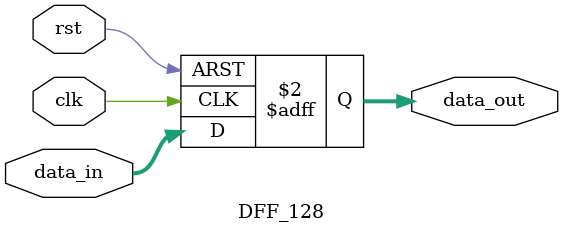
<source format=v>
module DFF_128(clk, rst, data_in, data_out);
    input clk, rst;
    input [127:0] data_in;
    output [127:0] data_out;

    reg [127:0] data_out;

    always @(posedge clk or posedge rst) begin
        if (rst) begin
            data_out <= 128'b0;
        end else begin
            data_out <= data_in;
        end
    end
    
endmodule
</source>
